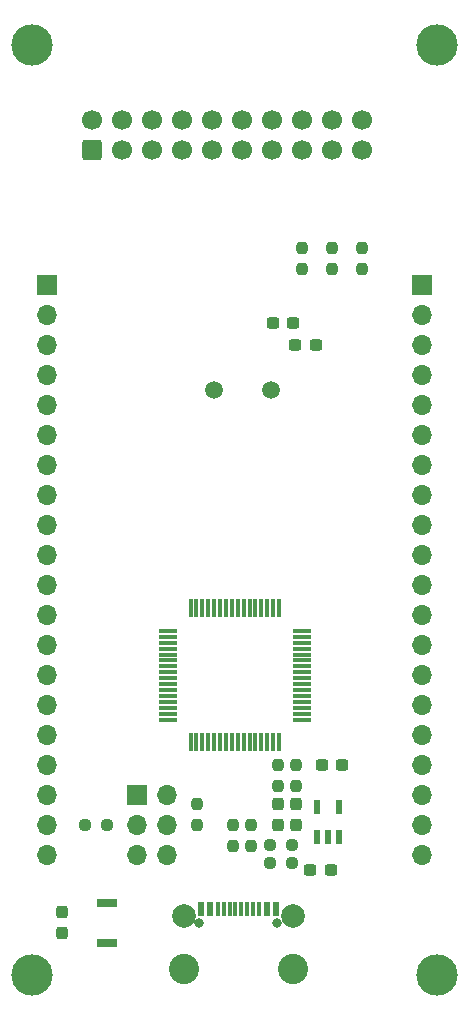
<source format=gbr>
%TF.GenerationSoftware,KiCad,Pcbnew,7.0.7*%
%TF.CreationDate,2023-10-13T19:32:34+09:00*%
%TF.ProjectId,STM32F103_dev_board,53544d33-3246-4313-9033-5f6465765f62,1.0.1*%
%TF.SameCoordinates,Original*%
%TF.FileFunction,Soldermask,Top*%
%TF.FilePolarity,Negative*%
%FSLAX46Y46*%
G04 Gerber Fmt 4.6, Leading zero omitted, Abs format (unit mm)*
G04 Created by KiCad (PCBNEW 7.0.7) date 2023-10-13 19:32:34*
%MOMM*%
%LPD*%
G01*
G04 APERTURE LIST*
G04 Aperture macros list*
%AMRoundRect*
0 Rectangle with rounded corners*
0 $1 Rounding radius*
0 $2 $3 $4 $5 $6 $7 $8 $9 X,Y pos of 4 corners*
0 Add a 4 corners polygon primitive as box body*
4,1,4,$2,$3,$4,$5,$6,$7,$8,$9,$2,$3,0*
0 Add four circle primitives for the rounded corners*
1,1,$1+$1,$2,$3*
1,1,$1+$1,$4,$5*
1,1,$1+$1,$6,$7*
1,1,$1+$1,$8,$9*
0 Add four rect primitives between the rounded corners*
20,1,$1+$1,$2,$3,$4,$5,0*
20,1,$1+$1,$4,$5,$6,$7,0*
20,1,$1+$1,$6,$7,$8,$9,0*
20,1,$1+$1,$8,$9,$2,$3,0*%
G04 Aperture macros list end*
%ADD10RoundRect,0.237500X-0.237500X0.250000X-0.237500X-0.250000X0.237500X-0.250000X0.237500X0.250000X0*%
%ADD11RoundRect,0.237500X0.237500X-0.250000X0.237500X0.250000X-0.237500X0.250000X-0.237500X-0.250000X0*%
%ADD12RoundRect,0.237500X0.250000X0.237500X-0.250000X0.237500X-0.250000X-0.237500X0.250000X-0.237500X0*%
%ADD13RoundRect,0.237500X-0.237500X0.287500X-0.237500X-0.287500X0.237500X-0.287500X0.237500X0.287500X0*%
%ADD14RoundRect,0.237500X0.237500X-0.300000X0.237500X0.300000X-0.237500X0.300000X-0.237500X-0.300000X0*%
%ADD15RoundRect,0.237500X0.300000X0.237500X-0.300000X0.237500X-0.300000X-0.237500X0.300000X-0.237500X0*%
%ADD16R,1.700000X0.800000*%
%ADD17C,3.500000*%
%ADD18C,0.800000*%
%ADD19R,0.600000X1.250000*%
%ADD20R,0.300000X1.250000*%
%ADD21C,2.000000*%
%ADD22C,2.565000*%
%ADD23R,1.700000X1.700000*%
%ADD24O,1.700000X1.700000*%
%ADD25RoundRect,0.075000X-0.700000X-0.075000X0.700000X-0.075000X0.700000X0.075000X-0.700000X0.075000X0*%
%ADD26RoundRect,0.075000X-0.075000X-0.700000X0.075000X-0.700000X0.075000X0.700000X-0.075000X0.700000X0*%
%ADD27RoundRect,0.250000X0.600000X-0.600000X0.600000X0.600000X-0.600000X0.600000X-0.600000X-0.600000X0*%
%ADD28C,1.700000*%
%ADD29R,0.600000X1.200000*%
%ADD30C,1.500000*%
G04 APERTURE END LIST*
D10*
%TO.C,R12*%
X149098000Y-121261500D03*
X149098000Y-123086500D03*
%TD*%
%TO.C,R11*%
X153670000Y-77482500D03*
X153670000Y-79307500D03*
%TD*%
%TO.C,R10*%
X151130000Y-77482500D03*
X151130000Y-79307500D03*
%TD*%
%TO.C,R9*%
X156210000Y-77482500D03*
X156210000Y-79307500D03*
%TD*%
D11*
%TO.C,R7*%
X146812000Y-128166500D03*
X146812000Y-126341500D03*
%TD*%
D10*
%TO.C,R6*%
X150622000Y-121261500D03*
X150622000Y-123086500D03*
%TD*%
%TO.C,R5*%
X142240000Y-124563500D03*
X142240000Y-126388500D03*
%TD*%
D12*
%TO.C,R4*%
X134607500Y-126310000D03*
X132782500Y-126310000D03*
%TD*%
D11*
%TO.C,R3*%
X145288000Y-128166500D03*
X145288000Y-126341500D03*
%TD*%
D12*
%TO.C,R2*%
X150264500Y-128016000D03*
X148439500Y-128016000D03*
%TD*%
%TO.C,R1*%
X150264500Y-129540000D03*
X148439500Y-129540000D03*
%TD*%
D13*
%TO.C,D2*%
X149098000Y-124601000D03*
X149098000Y-126351000D03*
%TD*%
%TO.C,D1*%
X150622000Y-124601000D03*
X150622000Y-126351000D03*
%TD*%
D14*
%TO.C,C10*%
X130810000Y-135482500D03*
X130810000Y-133757500D03*
%TD*%
D15*
%TO.C,C6*%
X154532500Y-121230000D03*
X152807500Y-121230000D03*
%TD*%
%TO.C,C4*%
X153582500Y-130120000D03*
X151857500Y-130120000D03*
%TD*%
%TO.C,C3*%
X152312500Y-85670000D03*
X150587500Y-85670000D03*
%TD*%
%TO.C,C2*%
X150402500Y-83820000D03*
X148677500Y-83820000D03*
%TD*%
D16*
%TO.C,S1*%
X134620000Y-132920000D03*
X134620000Y-136320000D03*
%TD*%
D17*
%TO.C,REF\u002A\u002A*%
X162560000Y-60270000D03*
%TD*%
D18*
%TO.C,J6*%
X142458000Y-134617000D03*
X149058000Y-134617000D03*
D19*
X142558000Y-133482000D03*
X143358000Y-133482000D03*
D20*
X144508000Y-133482000D03*
X145508000Y-133482000D03*
X146008000Y-133482000D03*
X147008000Y-133482000D03*
D19*
X148158000Y-133482000D03*
X148958000Y-133482000D03*
D20*
X147508000Y-133482000D03*
X146508000Y-133482000D03*
X145008000Y-133482000D03*
X144008000Y-133482000D03*
D21*
X141148000Y-134057000D03*
X150368000Y-134057000D03*
D22*
X141148000Y-138557000D03*
X150368000Y-138557000D03*
%TD*%
D17*
%TO.C,REF\u002A\u002A*%
X128285913Y-139053348D03*
%TD*%
%TO.C,REF\u002A\u002A*%
X128270000Y-60270000D03*
%TD*%
D23*
%TO.C,J4*%
X137155000Y-123785000D03*
D24*
X139695000Y-123785000D03*
X137155000Y-126325000D03*
X139695000Y-126325000D03*
X137155000Y-128865000D03*
X139695000Y-128865000D03*
%TD*%
D25*
%TO.C,U1*%
X139780000Y-109920000D03*
X139780000Y-110420000D03*
X139780000Y-110920000D03*
X139780000Y-111420000D03*
X139780000Y-111920000D03*
X139780000Y-112420000D03*
X139780000Y-112920000D03*
X139780000Y-113420000D03*
X139780000Y-113920000D03*
X139780000Y-114420000D03*
X139780000Y-114920000D03*
X139780000Y-115420000D03*
X139780000Y-115920000D03*
X139780000Y-116420000D03*
X139780000Y-116920000D03*
X139780000Y-117420000D03*
D26*
X141705000Y-119345000D03*
X142205000Y-119345000D03*
X142705000Y-119345000D03*
X143205000Y-119345000D03*
X143705000Y-119345000D03*
X144205000Y-119345000D03*
X144705000Y-119345000D03*
X145205000Y-119345000D03*
X145705000Y-119345000D03*
X146205000Y-119345000D03*
X146705000Y-119345000D03*
X147205000Y-119345000D03*
X147705000Y-119345000D03*
X148205000Y-119345000D03*
X148705000Y-119345000D03*
X149205000Y-119345000D03*
D25*
X151130000Y-117420000D03*
X151130000Y-116920000D03*
X151130000Y-116420000D03*
X151130000Y-115920000D03*
X151130000Y-115420000D03*
X151130000Y-114920000D03*
X151130000Y-114420000D03*
X151130000Y-113920000D03*
X151130000Y-113420000D03*
X151130000Y-112920000D03*
X151130000Y-112420000D03*
X151130000Y-111920000D03*
X151130000Y-111420000D03*
X151130000Y-110920000D03*
X151130000Y-110420000D03*
X151130000Y-109920000D03*
D26*
X149205000Y-107995000D03*
X148705000Y-107995000D03*
X148205000Y-107995000D03*
X147705000Y-107995000D03*
X147205000Y-107995000D03*
X146705000Y-107995000D03*
X146205000Y-107995000D03*
X145705000Y-107995000D03*
X145205000Y-107995000D03*
X144705000Y-107995000D03*
X144205000Y-107995000D03*
X143705000Y-107995000D03*
X143205000Y-107995000D03*
X142705000Y-107995000D03*
X142205000Y-107995000D03*
X141705000Y-107995000D03*
%TD*%
D27*
%TO.C,J1*%
X133350000Y-69160000D03*
D28*
X133350000Y-66620000D03*
X135890000Y-69160000D03*
X135890000Y-66620000D03*
X138430000Y-69160000D03*
X138430000Y-66620000D03*
X140970000Y-69160000D03*
X140970000Y-66620000D03*
X143510000Y-69160000D03*
X143510000Y-66620000D03*
X146050000Y-69160000D03*
X146050000Y-66620000D03*
X148590000Y-69160000D03*
X148590000Y-66620000D03*
X151130000Y-69160000D03*
X151130000Y-66620000D03*
X153670000Y-69160000D03*
X153670000Y-66620000D03*
X156210000Y-69160000D03*
X156210000Y-66620000D03*
%TD*%
D23*
%TO.C,J3*%
X161290000Y-80590000D03*
D24*
X161290000Y-83130000D03*
X161290000Y-85670000D03*
X161290000Y-88210000D03*
X161290000Y-90750000D03*
X161290000Y-93290000D03*
X161290000Y-95830000D03*
X161290000Y-98370000D03*
X161290000Y-100910000D03*
X161290000Y-103450000D03*
X161290000Y-105990000D03*
X161290000Y-108530000D03*
X161290000Y-111070000D03*
X161290000Y-113610000D03*
X161290000Y-116150000D03*
X161290000Y-118690000D03*
X161290000Y-121230000D03*
X161290000Y-123770000D03*
X161290000Y-126310000D03*
X161290000Y-128850000D03*
%TD*%
D17*
%TO.C,REF\u002A\u002A*%
X162560000Y-139010000D03*
%TD*%
D29*
%TO.C,IC1*%
X152405000Y-127341000D03*
X153355000Y-127341000D03*
X154305000Y-127341000D03*
X154305000Y-124841000D03*
X152405000Y-124841000D03*
%TD*%
D30*
%TO.C,Y1*%
X148550000Y-89480000D03*
X143670000Y-89480000D03*
%TD*%
D23*
%TO.C,J2*%
X129540000Y-80590000D03*
D24*
X129540000Y-83130000D03*
X129540000Y-85670000D03*
X129540000Y-88210000D03*
X129540000Y-90750000D03*
X129540000Y-93290000D03*
X129540000Y-95830000D03*
X129540000Y-98370000D03*
X129540000Y-100910000D03*
X129540000Y-103450000D03*
X129540000Y-105990000D03*
X129540000Y-108530000D03*
X129540000Y-111070000D03*
X129540000Y-113610000D03*
X129540000Y-116150000D03*
X129540000Y-118690000D03*
X129540000Y-121230000D03*
X129540000Y-123770000D03*
X129540000Y-126310000D03*
X129540000Y-128850000D03*
%TD*%
M02*

</source>
